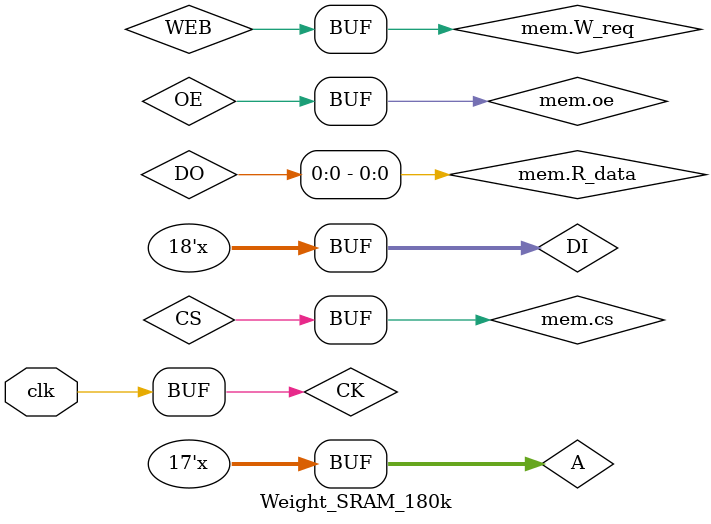
<source format=sv>
`include "Weight_SRAM/SRAM_18b_16384w_36k.sv"
`include "sp_ram_intf.sv"


module Weight_SRAM_180k (
  input logic clk,
  sp_ram_intf.memory mem
);

  logic        CK;
  logic        CS;
  logic        OE;
  logic       WEB;
  logic [16:0]  A;
  logic [17:0] DI;
  logic [17:0] DO;

  logic [16:0] latched_A;
  logic [17:0] _DO[0:4];

  assign CK = clk;
  assign CS = mem.cs;
  assign OE = mem.oe;
  assign A  = mem.addr[16:0];
  assign DI = mem.W_data[17:0];
  assign WEB = mem.W_req;
  assign mem.R_data = {{14{DO[17]}}, DO}; 

  always_ff @(posedge CK) latched_A <= A;

  always_comb begin
    DO = 18'b0;
    case (latched_A[16:14])
      3'h0: DO = _DO[0];
      3'h1: DO = _DO[1];
      3'h2: DO = _DO[2];
      3'h3: DO = _DO[3];
      3'h4: DO = _DO[4];
      3'h5: DO = 18'bz;
      3'h6: DO = 18'bz;
      3'h7: DO = 18'bz;
    endcase
  end

  genvar g;
  generate
    for (g = 0; g < 5; g = g + 1) begin : SRAM_blk
      logic       _CS;
      logic       _OE;
      logic       _WEB;

      assign _CS  = A[16:14] == g[2:0] ? CS : 1'b0;
      assign _OE  = latched_A[16:14] == g[2:0] ? OE : 1'b0;
      assign _WEB = A[16:14] == g[2:0] ? WEB : 1'b1;

      SRAM_18b_16384w_36k i_SRAM_18b_16384w_36k (
          .CK (CK),
          .CS (_CS),
          .OE (_OE),
          .WEB(_WEB),
          .A  (A[13:0]),
          .DI (DI),
          .DO (_DO[g])
      );
    end : SRAM_blk
  endgenerate

endmodule

</source>
